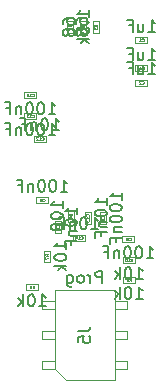
<source format=gbr>
G04 #@! TF.GenerationSoftware,KiCad,Pcbnew,5.0.1-33cea8e~66~ubuntu18.04.1*
G04 #@! TF.CreationDate,2018-10-18T22:19:59+02:00*
G04 #@! TF.ProjectId,Tiny-up5k,54696E792D7570356B2E6B696361645F,rev?*
G04 #@! TF.SameCoordinates,Original*
G04 #@! TF.FileFunction,Other,Fab,Bot*
%FSLAX46Y46*%
G04 Gerber Fmt 4.6, Leading zero omitted, Abs format (unit mm)*
G04 Created by KiCad (PCBNEW 5.0.1-33cea8e~66~ubuntu18.04.1) date do 18 okt 2018 22:19:59 CEST*
%MOMM*%
%LPD*%
G01*
G04 APERTURE LIST*
%ADD10C,0.100000*%
%ADD11C,0.150000*%
%ADD12C,0.040000*%
G04 APERTURE END LIST*
D10*
G04 #@! TO.C,J5*
X153685000Y-125095000D02*
X148605000Y-125095000D01*
X149555000Y-132715000D02*
X153685000Y-132715000D01*
X148605000Y-125095000D02*
X148605000Y-131765000D01*
X148605000Y-131765000D02*
X149555000Y-132715000D01*
X153685000Y-132715000D02*
X153685000Y-125095000D01*
X148605000Y-131765000D02*
X147545000Y-131765000D01*
X147545000Y-131765000D02*
X147545000Y-131125000D01*
X147545000Y-131125000D02*
X148605000Y-131125000D01*
X153685000Y-131765000D02*
X154745000Y-131765000D01*
X154745000Y-131765000D02*
X154745000Y-131125000D01*
X154745000Y-131125000D02*
X153685000Y-131125000D01*
X148605000Y-129225000D02*
X147545000Y-129225000D01*
X147545000Y-129225000D02*
X147545000Y-128585000D01*
X147545000Y-128585000D02*
X148605000Y-128585000D01*
X153685000Y-129225000D02*
X154745000Y-129225000D01*
X154745000Y-129225000D02*
X154745000Y-128585000D01*
X154745000Y-128585000D02*
X153685000Y-128585000D01*
X148605000Y-126685000D02*
X147545000Y-126685000D01*
X147545000Y-126685000D02*
X147545000Y-126045000D01*
X147545000Y-126045000D02*
X148605000Y-126045000D01*
X153685000Y-126685000D02*
X154745000Y-126685000D01*
X154745000Y-126685000D02*
X154745000Y-126045000D01*
X154745000Y-126045000D02*
X153685000Y-126045000D01*
G04 #@! TO.C,C12*
X147843000Y-112018000D02*
X146843000Y-112018000D01*
X147843000Y-112518000D02*
X147843000Y-112018000D01*
X146843000Y-112518000D02*
X147843000Y-112518000D01*
X146843000Y-112018000D02*
X146843000Y-112518000D01*
G04 #@! TO.C,C1*
X155436000Y-103673100D02*
X155436000Y-104173100D01*
X155436000Y-104173100D02*
X156436000Y-104173100D01*
X156436000Y-104173100D02*
X156436000Y-103673100D01*
X156436000Y-103673100D02*
X155436000Y-103673100D01*
G04 #@! TO.C,C2*
X156436000Y-107273100D02*
X155436000Y-107273100D01*
X156436000Y-107773100D02*
X156436000Y-107273100D01*
X155436000Y-107773100D02*
X156436000Y-107773100D01*
X155436000Y-107273100D02*
X155436000Y-107773100D01*
G04 #@! TO.C,C4*
X156436000Y-106073100D02*
X155436000Y-106073100D01*
X156436000Y-106573100D02*
X156436000Y-106073100D01*
X155436000Y-106573100D02*
X156436000Y-106573100D01*
X155436000Y-106073100D02*
X155436000Y-106573100D01*
G04 #@! TO.C,C5*
X154336000Y-121027000D02*
X155336000Y-121027000D01*
X154336000Y-120527000D02*
X154336000Y-121027000D01*
X155336000Y-120527000D02*
X154336000Y-120527000D01*
X155336000Y-121027000D02*
X155336000Y-120527000D01*
G04 #@! TO.C,C6*
X149094000Y-119261000D02*
X148594000Y-119261000D01*
X148594000Y-119261000D02*
X148594000Y-120261000D01*
X148594000Y-120261000D02*
X149094000Y-120261000D01*
X149094000Y-120261000D02*
X149094000Y-119261000D01*
G04 #@! TO.C,C8*
X147051000Y-117225000D02*
X147051000Y-117725000D01*
X147051000Y-117725000D02*
X148051000Y-117725000D01*
X148051000Y-117725000D02*
X148051000Y-117225000D01*
X148051000Y-117225000D02*
X147051000Y-117225000D01*
G04 #@! TO.C,C9*
X152904000Y-119499000D02*
X152904000Y-118499000D01*
X152404000Y-119499000D02*
X152904000Y-119499000D01*
X152404000Y-118499000D02*
X152404000Y-119499000D01*
X152904000Y-118499000D02*
X152404000Y-118499000D01*
G04 #@! TO.C,C10*
X146035000Y-108835000D02*
X147035000Y-108835000D01*
X146035000Y-108335000D02*
X146035000Y-108835000D01*
X147035000Y-108335000D02*
X146035000Y-108335000D01*
X147035000Y-108835000D02*
X147035000Y-108335000D01*
G04 #@! TO.C,C11*
X147035000Y-110613000D02*
X147035000Y-110113000D01*
X147035000Y-110113000D02*
X146035000Y-110113000D01*
X146035000Y-110113000D02*
X146035000Y-110613000D01*
X146035000Y-110613000D02*
X147035000Y-110613000D01*
G04 #@! TO.C,C13*
X151634000Y-118476000D02*
X151134000Y-118476000D01*
X151134000Y-118476000D02*
X151134000Y-119476000D01*
X151134000Y-119476000D02*
X151634000Y-119476000D01*
X151634000Y-119476000D02*
X151634000Y-118476000D01*
G04 #@! TO.C,C14*
X151145000Y-120400000D02*
X150145000Y-120400000D01*
X151145000Y-120900000D02*
X151145000Y-120400000D01*
X150145000Y-120900000D02*
X151145000Y-120900000D01*
X150145000Y-120400000D02*
X150145000Y-120900000D01*
G04 #@! TO.C,R1*
X150110000Y-103306500D02*
X150110000Y-102306500D01*
X149610000Y-103306500D02*
X150110000Y-103306500D01*
X149610000Y-102306500D02*
X149610000Y-103306500D01*
X150110000Y-102306500D02*
X149610000Y-102306500D01*
G04 #@! TO.C,R2*
X150753000Y-102312000D02*
X150753000Y-103312000D01*
X151253000Y-102312000D02*
X150753000Y-102312000D01*
X151253000Y-103312000D02*
X151253000Y-102312000D01*
X150753000Y-103312000D02*
X151253000Y-103312000D01*
G04 #@! TO.C,R3*
X151832500Y-102312000D02*
X151832500Y-103312000D01*
X152332500Y-102312000D02*
X151832500Y-102312000D01*
X152332500Y-103312000D02*
X152332500Y-102312000D01*
X151832500Y-103312000D02*
X152332500Y-103312000D01*
G04 #@! TO.C,R4*
X149737000Y-119303000D02*
X150237000Y-119303000D01*
X150237000Y-119303000D02*
X150237000Y-118303000D01*
X150237000Y-118303000D02*
X149737000Y-118303000D01*
X149737000Y-118303000D02*
X149737000Y-119303000D01*
G04 #@! TO.C,R5*
X147185000Y-125091000D02*
X147185000Y-124591000D01*
X147185000Y-124591000D02*
X146185000Y-124591000D01*
X146185000Y-124591000D02*
X146185000Y-125091000D01*
X146185000Y-125091000D02*
X147185000Y-125091000D01*
G04 #@! TO.C,R6*
X154382000Y-124456000D02*
X155382000Y-124456000D01*
X154382000Y-123956000D02*
X154382000Y-124456000D01*
X155382000Y-123956000D02*
X154382000Y-123956000D01*
X155382000Y-124456000D02*
X155382000Y-123956000D01*
G04 #@! TO.C,R7*
X148205000Y-121743000D02*
X147705000Y-121743000D01*
X147705000Y-121743000D02*
X147705000Y-122743000D01*
X147705000Y-122743000D02*
X148205000Y-122743000D01*
X148205000Y-122743000D02*
X148205000Y-121743000D01*
G04 #@! TO.C,R10*
X155382000Y-122805000D02*
X155382000Y-122305000D01*
X155382000Y-122305000D02*
X154382000Y-122305000D01*
X154382000Y-122305000D02*
X154382000Y-122805000D01*
X154382000Y-122805000D02*
X155382000Y-122805000D01*
G04 #@! TD*
G04 #@! TO.C,J5*
D11*
X152621190Y-124487380D02*
X152621190Y-123487380D01*
X152240238Y-123487380D01*
X152145000Y-123535000D01*
X152097380Y-123582619D01*
X152049761Y-123677857D01*
X152049761Y-123820714D01*
X152097380Y-123915952D01*
X152145000Y-123963571D01*
X152240238Y-124011190D01*
X152621190Y-124011190D01*
X151621190Y-124487380D02*
X151621190Y-123820714D01*
X151621190Y-124011190D02*
X151573571Y-123915952D01*
X151525952Y-123868333D01*
X151430714Y-123820714D01*
X151335476Y-123820714D01*
X150859285Y-124487380D02*
X150954523Y-124439761D01*
X151002142Y-124392142D01*
X151049761Y-124296904D01*
X151049761Y-124011190D01*
X151002142Y-123915952D01*
X150954523Y-123868333D01*
X150859285Y-123820714D01*
X150716428Y-123820714D01*
X150621190Y-123868333D01*
X150573571Y-123915952D01*
X150525952Y-124011190D01*
X150525952Y-124296904D01*
X150573571Y-124392142D01*
X150621190Y-124439761D01*
X150716428Y-124487380D01*
X150859285Y-124487380D01*
X149668809Y-123820714D02*
X149668809Y-124630238D01*
X149716428Y-124725476D01*
X149764047Y-124773095D01*
X149859285Y-124820714D01*
X150002142Y-124820714D01*
X150097380Y-124773095D01*
X149668809Y-124439761D02*
X149764047Y-124487380D01*
X149954523Y-124487380D01*
X150049761Y-124439761D01*
X150097380Y-124392142D01*
X150145000Y-124296904D01*
X150145000Y-124011190D01*
X150097380Y-123915952D01*
X150049761Y-123868333D01*
X149954523Y-123820714D01*
X149764047Y-123820714D01*
X149668809Y-123868333D01*
X150597380Y-128571666D02*
X151311666Y-128571666D01*
X151454523Y-128524047D01*
X151549761Y-128428809D01*
X151597380Y-128285952D01*
X151597380Y-128190714D01*
X150597380Y-129524047D02*
X150597380Y-129047857D01*
X151073571Y-129000238D01*
X151025952Y-129047857D01*
X150978333Y-129143095D01*
X150978333Y-129381190D01*
X151025952Y-129476428D01*
X151073571Y-129524047D01*
X151168809Y-129571666D01*
X151406904Y-129571666D01*
X151502142Y-129524047D01*
X151549761Y-129476428D01*
X151597380Y-129381190D01*
X151597380Y-129143095D01*
X151549761Y-129047857D01*
X151502142Y-129000238D01*
G04 #@! TO.C,C12*
X148414428Y-111550380D02*
X148985857Y-111550380D01*
X148700142Y-111550380D02*
X148700142Y-110550380D01*
X148795380Y-110693238D01*
X148890619Y-110788476D01*
X148985857Y-110836095D01*
X147795380Y-110550380D02*
X147700142Y-110550380D01*
X147604904Y-110598000D01*
X147557285Y-110645619D01*
X147509666Y-110740857D01*
X147462047Y-110931333D01*
X147462047Y-111169428D01*
X147509666Y-111359904D01*
X147557285Y-111455142D01*
X147604904Y-111502761D01*
X147700142Y-111550380D01*
X147795380Y-111550380D01*
X147890619Y-111502761D01*
X147938238Y-111455142D01*
X147985857Y-111359904D01*
X148033476Y-111169428D01*
X148033476Y-110931333D01*
X147985857Y-110740857D01*
X147938238Y-110645619D01*
X147890619Y-110598000D01*
X147795380Y-110550380D01*
X147033476Y-110883714D02*
X147033476Y-111550380D01*
X147033476Y-110978952D02*
X146985857Y-110931333D01*
X146890619Y-110883714D01*
X146747761Y-110883714D01*
X146652523Y-110931333D01*
X146604904Y-111026571D01*
X146604904Y-111550380D01*
X145795380Y-111026571D02*
X146128714Y-111026571D01*
X146128714Y-111550380D02*
X146128714Y-110550380D01*
X145652523Y-110550380D01*
D12*
X147503714Y-112357285D02*
X147515619Y-112369190D01*
X147551333Y-112381095D01*
X147575142Y-112381095D01*
X147610857Y-112369190D01*
X147634666Y-112345380D01*
X147646571Y-112321571D01*
X147658476Y-112273952D01*
X147658476Y-112238238D01*
X147646571Y-112190619D01*
X147634666Y-112166809D01*
X147610857Y-112143000D01*
X147575142Y-112131095D01*
X147551333Y-112131095D01*
X147515619Y-112143000D01*
X147503714Y-112154904D01*
X147265619Y-112381095D02*
X147408476Y-112381095D01*
X147337047Y-112381095D02*
X147337047Y-112131095D01*
X147360857Y-112166809D01*
X147384666Y-112190619D01*
X147408476Y-112202523D01*
X147170380Y-112154904D02*
X147158476Y-112143000D01*
X147134666Y-112131095D01*
X147075142Y-112131095D01*
X147051333Y-112143000D01*
X147039428Y-112154904D01*
X147027523Y-112178714D01*
X147027523Y-112202523D01*
X147039428Y-112238238D01*
X147182285Y-112381095D01*
X147027523Y-112381095D01*
G04 #@! TO.C,C1*
D11*
X156531238Y-103205480D02*
X157102666Y-103205480D01*
X156816952Y-103205480D02*
X156816952Y-102205480D01*
X156912190Y-102348338D01*
X157007428Y-102443576D01*
X157102666Y-102491195D01*
X155674095Y-102538814D02*
X155674095Y-103205480D01*
X156102666Y-102538814D02*
X156102666Y-103062623D01*
X156055047Y-103157861D01*
X155959809Y-103205480D01*
X155816952Y-103205480D01*
X155721714Y-103157861D01*
X155674095Y-103110242D01*
X154864571Y-102681671D02*
X155197904Y-102681671D01*
X155197904Y-103205480D02*
X155197904Y-102205480D01*
X154721714Y-102205480D01*
D12*
X155977666Y-104012385D02*
X155989571Y-104024290D01*
X156025285Y-104036195D01*
X156049095Y-104036195D01*
X156084809Y-104024290D01*
X156108619Y-104000480D01*
X156120523Y-103976671D01*
X156132428Y-103929052D01*
X156132428Y-103893338D01*
X156120523Y-103845719D01*
X156108619Y-103821909D01*
X156084809Y-103798100D01*
X156049095Y-103786195D01*
X156025285Y-103786195D01*
X155989571Y-103798100D01*
X155977666Y-103810004D01*
X155739571Y-104036195D02*
X155882428Y-104036195D01*
X155811000Y-104036195D02*
X155811000Y-103786195D01*
X155834809Y-103821909D01*
X155858619Y-103845719D01*
X155882428Y-103857623D01*
G04 #@! TO.C,C2*
D11*
X156531238Y-106805480D02*
X157102666Y-106805480D01*
X156816952Y-106805480D02*
X156816952Y-105805480D01*
X156912190Y-105948338D01*
X157007428Y-106043576D01*
X157102666Y-106091195D01*
X155674095Y-106138814D02*
X155674095Y-106805480D01*
X156102666Y-106138814D02*
X156102666Y-106662623D01*
X156055047Y-106757861D01*
X155959809Y-106805480D01*
X155816952Y-106805480D01*
X155721714Y-106757861D01*
X155674095Y-106710242D01*
X154864571Y-106281671D02*
X155197904Y-106281671D01*
X155197904Y-106805480D02*
X155197904Y-105805480D01*
X154721714Y-105805480D01*
D12*
X155977666Y-107612385D02*
X155989571Y-107624290D01*
X156025285Y-107636195D01*
X156049095Y-107636195D01*
X156084809Y-107624290D01*
X156108619Y-107600480D01*
X156120523Y-107576671D01*
X156132428Y-107529052D01*
X156132428Y-107493338D01*
X156120523Y-107445719D01*
X156108619Y-107421909D01*
X156084809Y-107398100D01*
X156049095Y-107386195D01*
X156025285Y-107386195D01*
X155989571Y-107398100D01*
X155977666Y-107410004D01*
X155882428Y-107410004D02*
X155870523Y-107398100D01*
X155846714Y-107386195D01*
X155787190Y-107386195D01*
X155763380Y-107398100D01*
X155751476Y-107410004D01*
X155739571Y-107433814D01*
X155739571Y-107457623D01*
X155751476Y-107493338D01*
X155894333Y-107636195D01*
X155739571Y-107636195D01*
G04 #@! TO.C,C4*
D11*
X156531238Y-105605480D02*
X157102666Y-105605480D01*
X156816952Y-105605480D02*
X156816952Y-104605480D01*
X156912190Y-104748338D01*
X157007428Y-104843576D01*
X157102666Y-104891195D01*
X155674095Y-104938814D02*
X155674095Y-105605480D01*
X156102666Y-104938814D02*
X156102666Y-105462623D01*
X156055047Y-105557861D01*
X155959809Y-105605480D01*
X155816952Y-105605480D01*
X155721714Y-105557861D01*
X155674095Y-105510242D01*
X154864571Y-105081671D02*
X155197904Y-105081671D01*
X155197904Y-105605480D02*
X155197904Y-104605480D01*
X154721714Y-104605480D01*
D12*
X155977666Y-106412385D02*
X155989571Y-106424290D01*
X156025285Y-106436195D01*
X156049095Y-106436195D01*
X156084809Y-106424290D01*
X156108619Y-106400480D01*
X156120523Y-106376671D01*
X156132428Y-106329052D01*
X156132428Y-106293338D01*
X156120523Y-106245719D01*
X156108619Y-106221909D01*
X156084809Y-106198100D01*
X156049095Y-106186195D01*
X156025285Y-106186195D01*
X155989571Y-106198100D01*
X155977666Y-106210004D01*
X155763380Y-106269528D02*
X155763380Y-106436195D01*
X155822904Y-106174290D02*
X155882428Y-106352861D01*
X155727666Y-106352861D01*
G04 #@! TO.C,C5*
D11*
X156383619Y-122399380D02*
X156955047Y-122399380D01*
X156669333Y-122399380D02*
X156669333Y-121399380D01*
X156764571Y-121542238D01*
X156859809Y-121637476D01*
X156955047Y-121685095D01*
X155764571Y-121399380D02*
X155669333Y-121399380D01*
X155574095Y-121447000D01*
X155526476Y-121494619D01*
X155478857Y-121589857D01*
X155431238Y-121780333D01*
X155431238Y-122018428D01*
X155478857Y-122208904D01*
X155526476Y-122304142D01*
X155574095Y-122351761D01*
X155669333Y-122399380D01*
X155764571Y-122399380D01*
X155859809Y-122351761D01*
X155907428Y-122304142D01*
X155955047Y-122208904D01*
X156002666Y-122018428D01*
X156002666Y-121780333D01*
X155955047Y-121589857D01*
X155907428Y-121494619D01*
X155859809Y-121447000D01*
X155764571Y-121399380D01*
X154812190Y-121399380D02*
X154716952Y-121399380D01*
X154621714Y-121447000D01*
X154574095Y-121494619D01*
X154526476Y-121589857D01*
X154478857Y-121780333D01*
X154478857Y-122018428D01*
X154526476Y-122208904D01*
X154574095Y-122304142D01*
X154621714Y-122351761D01*
X154716952Y-122399380D01*
X154812190Y-122399380D01*
X154907428Y-122351761D01*
X154955047Y-122304142D01*
X155002666Y-122208904D01*
X155050285Y-122018428D01*
X155050285Y-121780333D01*
X155002666Y-121589857D01*
X154955047Y-121494619D01*
X154907428Y-121447000D01*
X154812190Y-121399380D01*
X154050285Y-121732714D02*
X154050285Y-122399380D01*
X154050285Y-121827952D02*
X154002666Y-121780333D01*
X153907428Y-121732714D01*
X153764571Y-121732714D01*
X153669333Y-121780333D01*
X153621714Y-121875571D01*
X153621714Y-122399380D01*
X152812190Y-121875571D02*
X153145523Y-121875571D01*
X153145523Y-122399380D02*
X153145523Y-121399380D01*
X152669333Y-121399380D01*
D12*
X154877666Y-120866285D02*
X154889571Y-120878190D01*
X154925285Y-120890095D01*
X154949095Y-120890095D01*
X154984809Y-120878190D01*
X155008619Y-120854380D01*
X155020523Y-120830571D01*
X155032428Y-120782952D01*
X155032428Y-120747238D01*
X155020523Y-120699619D01*
X155008619Y-120675809D01*
X154984809Y-120652000D01*
X154949095Y-120640095D01*
X154925285Y-120640095D01*
X154889571Y-120652000D01*
X154877666Y-120663904D01*
X154651476Y-120640095D02*
X154770523Y-120640095D01*
X154782428Y-120759142D01*
X154770523Y-120747238D01*
X154746714Y-120735333D01*
X154687190Y-120735333D01*
X154663380Y-120747238D01*
X154651476Y-120759142D01*
X154639571Y-120782952D01*
X154639571Y-120842476D01*
X154651476Y-120866285D01*
X154663380Y-120878190D01*
X154687190Y-120890095D01*
X154746714Y-120890095D01*
X154770523Y-120878190D01*
X154782428Y-120866285D01*
G04 #@! TO.C,C6*
D11*
X150466380Y-118689571D02*
X150466380Y-118118142D01*
X150466380Y-118403857D02*
X149466380Y-118403857D01*
X149609238Y-118308619D01*
X149704476Y-118213380D01*
X149752095Y-118118142D01*
X149466380Y-119308619D02*
X149466380Y-119403857D01*
X149514000Y-119499095D01*
X149561619Y-119546714D01*
X149656857Y-119594333D01*
X149847333Y-119641952D01*
X150085428Y-119641952D01*
X150275904Y-119594333D01*
X150371142Y-119546714D01*
X150418761Y-119499095D01*
X150466380Y-119403857D01*
X150466380Y-119308619D01*
X150418761Y-119213380D01*
X150371142Y-119165761D01*
X150275904Y-119118142D01*
X150085428Y-119070523D01*
X149847333Y-119070523D01*
X149656857Y-119118142D01*
X149561619Y-119165761D01*
X149514000Y-119213380D01*
X149466380Y-119308619D01*
X149799714Y-120070523D02*
X150466380Y-120070523D01*
X149894952Y-120070523D02*
X149847333Y-120118142D01*
X149799714Y-120213380D01*
X149799714Y-120356238D01*
X149847333Y-120451476D01*
X149942571Y-120499095D01*
X150466380Y-120499095D01*
X149942571Y-121308619D02*
X149942571Y-120975285D01*
X150466380Y-120975285D02*
X149466380Y-120975285D01*
X149466380Y-121451476D01*
D12*
X148933285Y-119719333D02*
X148945190Y-119707428D01*
X148957095Y-119671714D01*
X148957095Y-119647904D01*
X148945190Y-119612190D01*
X148921380Y-119588380D01*
X148897571Y-119576476D01*
X148849952Y-119564571D01*
X148814238Y-119564571D01*
X148766619Y-119576476D01*
X148742809Y-119588380D01*
X148719000Y-119612190D01*
X148707095Y-119647904D01*
X148707095Y-119671714D01*
X148719000Y-119707428D01*
X148730904Y-119719333D01*
X148707095Y-119933619D02*
X148707095Y-119886000D01*
X148719000Y-119862190D01*
X148730904Y-119850285D01*
X148766619Y-119826476D01*
X148814238Y-119814571D01*
X148909476Y-119814571D01*
X148933285Y-119826476D01*
X148945190Y-119838380D01*
X148957095Y-119862190D01*
X148957095Y-119909809D01*
X148945190Y-119933619D01*
X148933285Y-119945523D01*
X148909476Y-119957428D01*
X148849952Y-119957428D01*
X148826142Y-119945523D01*
X148814238Y-119933619D01*
X148802333Y-119909809D01*
X148802333Y-119862190D01*
X148814238Y-119838380D01*
X148826142Y-119826476D01*
X148849952Y-119814571D01*
G04 #@! TO.C,C8*
D11*
X149098619Y-116757380D02*
X149670047Y-116757380D01*
X149384333Y-116757380D02*
X149384333Y-115757380D01*
X149479571Y-115900238D01*
X149574809Y-115995476D01*
X149670047Y-116043095D01*
X148479571Y-115757380D02*
X148384333Y-115757380D01*
X148289095Y-115805000D01*
X148241476Y-115852619D01*
X148193857Y-115947857D01*
X148146238Y-116138333D01*
X148146238Y-116376428D01*
X148193857Y-116566904D01*
X148241476Y-116662142D01*
X148289095Y-116709761D01*
X148384333Y-116757380D01*
X148479571Y-116757380D01*
X148574809Y-116709761D01*
X148622428Y-116662142D01*
X148670047Y-116566904D01*
X148717666Y-116376428D01*
X148717666Y-116138333D01*
X148670047Y-115947857D01*
X148622428Y-115852619D01*
X148574809Y-115805000D01*
X148479571Y-115757380D01*
X147527190Y-115757380D02*
X147431952Y-115757380D01*
X147336714Y-115805000D01*
X147289095Y-115852619D01*
X147241476Y-115947857D01*
X147193857Y-116138333D01*
X147193857Y-116376428D01*
X147241476Y-116566904D01*
X147289095Y-116662142D01*
X147336714Y-116709761D01*
X147431952Y-116757380D01*
X147527190Y-116757380D01*
X147622428Y-116709761D01*
X147670047Y-116662142D01*
X147717666Y-116566904D01*
X147765285Y-116376428D01*
X147765285Y-116138333D01*
X147717666Y-115947857D01*
X147670047Y-115852619D01*
X147622428Y-115805000D01*
X147527190Y-115757380D01*
X146765285Y-116090714D02*
X146765285Y-116757380D01*
X146765285Y-116185952D02*
X146717666Y-116138333D01*
X146622428Y-116090714D01*
X146479571Y-116090714D01*
X146384333Y-116138333D01*
X146336714Y-116233571D01*
X146336714Y-116757380D01*
X145527190Y-116233571D02*
X145860523Y-116233571D01*
X145860523Y-116757380D02*
X145860523Y-115757380D01*
X145384333Y-115757380D01*
D12*
X147592666Y-117564285D02*
X147604571Y-117576190D01*
X147640285Y-117588095D01*
X147664095Y-117588095D01*
X147699809Y-117576190D01*
X147723619Y-117552380D01*
X147735523Y-117528571D01*
X147747428Y-117480952D01*
X147747428Y-117445238D01*
X147735523Y-117397619D01*
X147723619Y-117373809D01*
X147699809Y-117350000D01*
X147664095Y-117338095D01*
X147640285Y-117338095D01*
X147604571Y-117350000D01*
X147592666Y-117361904D01*
X147449809Y-117445238D02*
X147473619Y-117433333D01*
X147485523Y-117421428D01*
X147497428Y-117397619D01*
X147497428Y-117385714D01*
X147485523Y-117361904D01*
X147473619Y-117350000D01*
X147449809Y-117338095D01*
X147402190Y-117338095D01*
X147378380Y-117350000D01*
X147366476Y-117361904D01*
X147354571Y-117385714D01*
X147354571Y-117397619D01*
X147366476Y-117421428D01*
X147378380Y-117433333D01*
X147402190Y-117445238D01*
X147449809Y-117445238D01*
X147473619Y-117457142D01*
X147485523Y-117469047D01*
X147497428Y-117492857D01*
X147497428Y-117540476D01*
X147485523Y-117564285D01*
X147473619Y-117576190D01*
X147449809Y-117588095D01*
X147402190Y-117588095D01*
X147378380Y-117576190D01*
X147366476Y-117564285D01*
X147354571Y-117540476D01*
X147354571Y-117492857D01*
X147366476Y-117469047D01*
X147378380Y-117457142D01*
X147402190Y-117445238D01*
G04 #@! TO.C,C9*
D11*
X154276380Y-117451380D02*
X154276380Y-116879952D01*
X154276380Y-117165666D02*
X153276380Y-117165666D01*
X153419238Y-117070428D01*
X153514476Y-116975190D01*
X153562095Y-116879952D01*
X153276380Y-118070428D02*
X153276380Y-118165666D01*
X153324000Y-118260904D01*
X153371619Y-118308523D01*
X153466857Y-118356142D01*
X153657333Y-118403761D01*
X153895428Y-118403761D01*
X154085904Y-118356142D01*
X154181142Y-118308523D01*
X154228761Y-118260904D01*
X154276380Y-118165666D01*
X154276380Y-118070428D01*
X154228761Y-117975190D01*
X154181142Y-117927571D01*
X154085904Y-117879952D01*
X153895428Y-117832333D01*
X153657333Y-117832333D01*
X153466857Y-117879952D01*
X153371619Y-117927571D01*
X153324000Y-117975190D01*
X153276380Y-118070428D01*
X153276380Y-119022809D02*
X153276380Y-119118047D01*
X153324000Y-119213285D01*
X153371619Y-119260904D01*
X153466857Y-119308523D01*
X153657333Y-119356142D01*
X153895428Y-119356142D01*
X154085904Y-119308523D01*
X154181142Y-119260904D01*
X154228761Y-119213285D01*
X154276380Y-119118047D01*
X154276380Y-119022809D01*
X154228761Y-118927571D01*
X154181142Y-118879952D01*
X154085904Y-118832333D01*
X153895428Y-118784714D01*
X153657333Y-118784714D01*
X153466857Y-118832333D01*
X153371619Y-118879952D01*
X153324000Y-118927571D01*
X153276380Y-119022809D01*
X153609714Y-119784714D02*
X154276380Y-119784714D01*
X153704952Y-119784714D02*
X153657333Y-119832333D01*
X153609714Y-119927571D01*
X153609714Y-120070428D01*
X153657333Y-120165666D01*
X153752571Y-120213285D01*
X154276380Y-120213285D01*
X153752571Y-121022809D02*
X153752571Y-120689476D01*
X154276380Y-120689476D02*
X153276380Y-120689476D01*
X153276380Y-121165666D01*
D12*
X152743285Y-118957333D02*
X152755190Y-118945428D01*
X152767095Y-118909714D01*
X152767095Y-118885904D01*
X152755190Y-118850190D01*
X152731380Y-118826380D01*
X152707571Y-118814476D01*
X152659952Y-118802571D01*
X152624238Y-118802571D01*
X152576619Y-118814476D01*
X152552809Y-118826380D01*
X152529000Y-118850190D01*
X152517095Y-118885904D01*
X152517095Y-118909714D01*
X152529000Y-118945428D01*
X152540904Y-118957333D01*
X152767095Y-119076380D02*
X152767095Y-119124000D01*
X152755190Y-119147809D01*
X152743285Y-119159714D01*
X152707571Y-119183523D01*
X152659952Y-119195428D01*
X152564714Y-119195428D01*
X152540904Y-119183523D01*
X152529000Y-119171619D01*
X152517095Y-119147809D01*
X152517095Y-119100190D01*
X152529000Y-119076380D01*
X152540904Y-119064476D01*
X152564714Y-119052571D01*
X152624238Y-119052571D01*
X152648047Y-119064476D01*
X152659952Y-119076380D01*
X152671857Y-119100190D01*
X152671857Y-119147809D01*
X152659952Y-119171619D01*
X152648047Y-119183523D01*
X152624238Y-119195428D01*
G04 #@! TO.C,C10*
D11*
X148082619Y-110207380D02*
X148654047Y-110207380D01*
X148368333Y-110207380D02*
X148368333Y-109207380D01*
X148463571Y-109350238D01*
X148558809Y-109445476D01*
X148654047Y-109493095D01*
X147463571Y-109207380D02*
X147368333Y-109207380D01*
X147273095Y-109255000D01*
X147225476Y-109302619D01*
X147177857Y-109397857D01*
X147130238Y-109588333D01*
X147130238Y-109826428D01*
X147177857Y-110016904D01*
X147225476Y-110112142D01*
X147273095Y-110159761D01*
X147368333Y-110207380D01*
X147463571Y-110207380D01*
X147558809Y-110159761D01*
X147606428Y-110112142D01*
X147654047Y-110016904D01*
X147701666Y-109826428D01*
X147701666Y-109588333D01*
X147654047Y-109397857D01*
X147606428Y-109302619D01*
X147558809Y-109255000D01*
X147463571Y-109207380D01*
X146511190Y-109207380D02*
X146415952Y-109207380D01*
X146320714Y-109255000D01*
X146273095Y-109302619D01*
X146225476Y-109397857D01*
X146177857Y-109588333D01*
X146177857Y-109826428D01*
X146225476Y-110016904D01*
X146273095Y-110112142D01*
X146320714Y-110159761D01*
X146415952Y-110207380D01*
X146511190Y-110207380D01*
X146606428Y-110159761D01*
X146654047Y-110112142D01*
X146701666Y-110016904D01*
X146749285Y-109826428D01*
X146749285Y-109588333D01*
X146701666Y-109397857D01*
X146654047Y-109302619D01*
X146606428Y-109255000D01*
X146511190Y-109207380D01*
X145749285Y-109540714D02*
X145749285Y-110207380D01*
X145749285Y-109635952D02*
X145701666Y-109588333D01*
X145606428Y-109540714D01*
X145463571Y-109540714D01*
X145368333Y-109588333D01*
X145320714Y-109683571D01*
X145320714Y-110207380D01*
X144511190Y-109683571D02*
X144844523Y-109683571D01*
X144844523Y-110207380D02*
X144844523Y-109207380D01*
X144368333Y-109207380D01*
D12*
X146695714Y-108674285D02*
X146707619Y-108686190D01*
X146743333Y-108698095D01*
X146767142Y-108698095D01*
X146802857Y-108686190D01*
X146826666Y-108662380D01*
X146838571Y-108638571D01*
X146850476Y-108590952D01*
X146850476Y-108555238D01*
X146838571Y-108507619D01*
X146826666Y-108483809D01*
X146802857Y-108460000D01*
X146767142Y-108448095D01*
X146743333Y-108448095D01*
X146707619Y-108460000D01*
X146695714Y-108471904D01*
X146457619Y-108698095D02*
X146600476Y-108698095D01*
X146529047Y-108698095D02*
X146529047Y-108448095D01*
X146552857Y-108483809D01*
X146576666Y-108507619D01*
X146600476Y-108519523D01*
X146302857Y-108448095D02*
X146279047Y-108448095D01*
X146255238Y-108460000D01*
X146243333Y-108471904D01*
X146231428Y-108495714D01*
X146219523Y-108543333D01*
X146219523Y-108602857D01*
X146231428Y-108650476D01*
X146243333Y-108674285D01*
X146255238Y-108686190D01*
X146279047Y-108698095D01*
X146302857Y-108698095D01*
X146326666Y-108686190D01*
X146338571Y-108674285D01*
X146350476Y-108650476D01*
X146362380Y-108602857D01*
X146362380Y-108543333D01*
X146350476Y-108495714D01*
X146338571Y-108471904D01*
X146326666Y-108460000D01*
X146302857Y-108448095D01*
G04 #@! TO.C,C11*
D11*
X148082619Y-111985380D02*
X148654047Y-111985380D01*
X148368333Y-111985380D02*
X148368333Y-110985380D01*
X148463571Y-111128238D01*
X148558809Y-111223476D01*
X148654047Y-111271095D01*
X147463571Y-110985380D02*
X147368333Y-110985380D01*
X147273095Y-111033000D01*
X147225476Y-111080619D01*
X147177857Y-111175857D01*
X147130238Y-111366333D01*
X147130238Y-111604428D01*
X147177857Y-111794904D01*
X147225476Y-111890142D01*
X147273095Y-111937761D01*
X147368333Y-111985380D01*
X147463571Y-111985380D01*
X147558809Y-111937761D01*
X147606428Y-111890142D01*
X147654047Y-111794904D01*
X147701666Y-111604428D01*
X147701666Y-111366333D01*
X147654047Y-111175857D01*
X147606428Y-111080619D01*
X147558809Y-111033000D01*
X147463571Y-110985380D01*
X146511190Y-110985380D02*
X146415952Y-110985380D01*
X146320714Y-111033000D01*
X146273095Y-111080619D01*
X146225476Y-111175857D01*
X146177857Y-111366333D01*
X146177857Y-111604428D01*
X146225476Y-111794904D01*
X146273095Y-111890142D01*
X146320714Y-111937761D01*
X146415952Y-111985380D01*
X146511190Y-111985380D01*
X146606428Y-111937761D01*
X146654047Y-111890142D01*
X146701666Y-111794904D01*
X146749285Y-111604428D01*
X146749285Y-111366333D01*
X146701666Y-111175857D01*
X146654047Y-111080619D01*
X146606428Y-111033000D01*
X146511190Y-110985380D01*
X145749285Y-111318714D02*
X145749285Y-111985380D01*
X145749285Y-111413952D02*
X145701666Y-111366333D01*
X145606428Y-111318714D01*
X145463571Y-111318714D01*
X145368333Y-111366333D01*
X145320714Y-111461571D01*
X145320714Y-111985380D01*
X144511190Y-111461571D02*
X144844523Y-111461571D01*
X144844523Y-111985380D02*
X144844523Y-110985380D01*
X144368333Y-110985380D01*
D12*
X146695714Y-110452285D02*
X146707619Y-110464190D01*
X146743333Y-110476095D01*
X146767142Y-110476095D01*
X146802857Y-110464190D01*
X146826666Y-110440380D01*
X146838571Y-110416571D01*
X146850476Y-110368952D01*
X146850476Y-110333238D01*
X146838571Y-110285619D01*
X146826666Y-110261809D01*
X146802857Y-110238000D01*
X146767142Y-110226095D01*
X146743333Y-110226095D01*
X146707619Y-110238000D01*
X146695714Y-110249904D01*
X146457619Y-110476095D02*
X146600476Y-110476095D01*
X146529047Y-110476095D02*
X146529047Y-110226095D01*
X146552857Y-110261809D01*
X146576666Y-110285619D01*
X146600476Y-110297523D01*
X146219523Y-110476095D02*
X146362380Y-110476095D01*
X146290952Y-110476095D02*
X146290952Y-110226095D01*
X146314761Y-110261809D01*
X146338571Y-110285619D01*
X146362380Y-110297523D01*
G04 #@! TO.C,C13*
D11*
X153006380Y-117904571D02*
X153006380Y-117333142D01*
X153006380Y-117618857D02*
X152006380Y-117618857D01*
X152149238Y-117523619D01*
X152244476Y-117428380D01*
X152292095Y-117333142D01*
X152006380Y-118523619D02*
X152006380Y-118618857D01*
X152054000Y-118714095D01*
X152101619Y-118761714D01*
X152196857Y-118809333D01*
X152387333Y-118856952D01*
X152625428Y-118856952D01*
X152815904Y-118809333D01*
X152911142Y-118761714D01*
X152958761Y-118714095D01*
X153006380Y-118618857D01*
X153006380Y-118523619D01*
X152958761Y-118428380D01*
X152911142Y-118380761D01*
X152815904Y-118333142D01*
X152625428Y-118285523D01*
X152387333Y-118285523D01*
X152196857Y-118333142D01*
X152101619Y-118380761D01*
X152054000Y-118428380D01*
X152006380Y-118523619D01*
X152339714Y-119285523D02*
X153006380Y-119285523D01*
X152434952Y-119285523D02*
X152387333Y-119333142D01*
X152339714Y-119428380D01*
X152339714Y-119571238D01*
X152387333Y-119666476D01*
X152482571Y-119714095D01*
X153006380Y-119714095D01*
X152482571Y-120523619D02*
X152482571Y-120190285D01*
X153006380Y-120190285D02*
X152006380Y-120190285D01*
X152006380Y-120666476D01*
D12*
X151473285Y-118815285D02*
X151485190Y-118803380D01*
X151497095Y-118767666D01*
X151497095Y-118743857D01*
X151485190Y-118708142D01*
X151461380Y-118684333D01*
X151437571Y-118672428D01*
X151389952Y-118660523D01*
X151354238Y-118660523D01*
X151306619Y-118672428D01*
X151282809Y-118684333D01*
X151259000Y-118708142D01*
X151247095Y-118743857D01*
X151247095Y-118767666D01*
X151259000Y-118803380D01*
X151270904Y-118815285D01*
X151497095Y-119053380D02*
X151497095Y-118910523D01*
X151497095Y-118981952D02*
X151247095Y-118981952D01*
X151282809Y-118958142D01*
X151306619Y-118934333D01*
X151318523Y-118910523D01*
X151247095Y-119136714D02*
X151247095Y-119291476D01*
X151342333Y-119208142D01*
X151342333Y-119243857D01*
X151354238Y-119267666D01*
X151366142Y-119279571D01*
X151389952Y-119291476D01*
X151449476Y-119291476D01*
X151473285Y-119279571D01*
X151485190Y-119267666D01*
X151497095Y-119243857D01*
X151497095Y-119172428D01*
X151485190Y-119148619D01*
X151473285Y-119136714D01*
G04 #@! TO.C,C14*
D11*
X151716428Y-119932380D02*
X152287857Y-119932380D01*
X152002142Y-119932380D02*
X152002142Y-118932380D01*
X152097380Y-119075238D01*
X152192619Y-119170476D01*
X152287857Y-119218095D01*
X151097380Y-118932380D02*
X151002142Y-118932380D01*
X150906904Y-118980000D01*
X150859285Y-119027619D01*
X150811666Y-119122857D01*
X150764047Y-119313333D01*
X150764047Y-119551428D01*
X150811666Y-119741904D01*
X150859285Y-119837142D01*
X150906904Y-119884761D01*
X151002142Y-119932380D01*
X151097380Y-119932380D01*
X151192619Y-119884761D01*
X151240238Y-119837142D01*
X151287857Y-119741904D01*
X151335476Y-119551428D01*
X151335476Y-119313333D01*
X151287857Y-119122857D01*
X151240238Y-119027619D01*
X151192619Y-118980000D01*
X151097380Y-118932380D01*
X150335476Y-119265714D02*
X150335476Y-119932380D01*
X150335476Y-119360952D02*
X150287857Y-119313333D01*
X150192619Y-119265714D01*
X150049761Y-119265714D01*
X149954523Y-119313333D01*
X149906904Y-119408571D01*
X149906904Y-119932380D01*
X149097380Y-119408571D02*
X149430714Y-119408571D01*
X149430714Y-119932380D02*
X149430714Y-118932380D01*
X148954523Y-118932380D01*
D12*
X150805714Y-120739285D02*
X150817619Y-120751190D01*
X150853333Y-120763095D01*
X150877142Y-120763095D01*
X150912857Y-120751190D01*
X150936666Y-120727380D01*
X150948571Y-120703571D01*
X150960476Y-120655952D01*
X150960476Y-120620238D01*
X150948571Y-120572619D01*
X150936666Y-120548809D01*
X150912857Y-120525000D01*
X150877142Y-120513095D01*
X150853333Y-120513095D01*
X150817619Y-120525000D01*
X150805714Y-120536904D01*
X150567619Y-120763095D02*
X150710476Y-120763095D01*
X150639047Y-120763095D02*
X150639047Y-120513095D01*
X150662857Y-120548809D01*
X150686666Y-120572619D01*
X150710476Y-120584523D01*
X150353333Y-120596428D02*
X150353333Y-120763095D01*
X150412857Y-120501190D02*
X150472380Y-120679761D01*
X150317619Y-120679761D01*
G04 #@! TO.C,R1*
D11*
X151482380Y-101973166D02*
X151482380Y-101401738D01*
X151482380Y-101687452D02*
X150482380Y-101687452D01*
X150625238Y-101592214D01*
X150720476Y-101496976D01*
X150768095Y-101401738D01*
X151387142Y-102401738D02*
X151434761Y-102449357D01*
X151482380Y-102401738D01*
X151434761Y-102354119D01*
X151387142Y-102401738D01*
X151482380Y-102401738D01*
X150482380Y-103354119D02*
X150482380Y-102877928D01*
X150958571Y-102830309D01*
X150910952Y-102877928D01*
X150863333Y-102973166D01*
X150863333Y-103211261D01*
X150910952Y-103306500D01*
X150958571Y-103354119D01*
X151053809Y-103401738D01*
X151291904Y-103401738D01*
X151387142Y-103354119D01*
X151434761Y-103306500D01*
X151482380Y-103211261D01*
X151482380Y-102973166D01*
X151434761Y-102877928D01*
X151387142Y-102830309D01*
X151482380Y-103830309D02*
X150482380Y-103830309D01*
X151101428Y-103925547D02*
X151482380Y-104211261D01*
X150815714Y-104211261D02*
X151196666Y-103830309D01*
D12*
X149973095Y-102764833D02*
X149854047Y-102681500D01*
X149973095Y-102621976D02*
X149723095Y-102621976D01*
X149723095Y-102717214D01*
X149735000Y-102741023D01*
X149746904Y-102752928D01*
X149770714Y-102764833D01*
X149806428Y-102764833D01*
X149830238Y-102752928D01*
X149842142Y-102741023D01*
X149854047Y-102717214D01*
X149854047Y-102621976D01*
X149973095Y-103002928D02*
X149973095Y-102860071D01*
X149973095Y-102931500D02*
X149723095Y-102931500D01*
X149758809Y-102907690D01*
X149782619Y-102883880D01*
X149794523Y-102860071D01*
G04 #@! TO.C,R2*
D11*
X149285380Y-102526285D02*
X149285380Y-102335809D01*
X149333000Y-102240571D01*
X149380619Y-102192952D01*
X149523476Y-102097714D01*
X149713952Y-102050095D01*
X150094904Y-102050095D01*
X150190142Y-102097714D01*
X150237761Y-102145333D01*
X150285380Y-102240571D01*
X150285380Y-102431047D01*
X150237761Y-102526285D01*
X150190142Y-102573904D01*
X150094904Y-102621523D01*
X149856809Y-102621523D01*
X149761571Y-102573904D01*
X149713952Y-102526285D01*
X149666333Y-102431047D01*
X149666333Y-102240571D01*
X149713952Y-102145333D01*
X149761571Y-102097714D01*
X149856809Y-102050095D01*
X149713952Y-103192952D02*
X149666333Y-103097714D01*
X149618714Y-103050095D01*
X149523476Y-103002476D01*
X149475857Y-103002476D01*
X149380619Y-103050095D01*
X149333000Y-103097714D01*
X149285380Y-103192952D01*
X149285380Y-103383428D01*
X149333000Y-103478666D01*
X149380619Y-103526285D01*
X149475857Y-103573904D01*
X149523476Y-103573904D01*
X149618714Y-103526285D01*
X149666333Y-103478666D01*
X149713952Y-103383428D01*
X149713952Y-103192952D01*
X149761571Y-103097714D01*
X149809190Y-103050095D01*
X149904428Y-103002476D01*
X150094904Y-103002476D01*
X150190142Y-103050095D01*
X150237761Y-103097714D01*
X150285380Y-103192952D01*
X150285380Y-103383428D01*
X150237761Y-103478666D01*
X150190142Y-103526285D01*
X150094904Y-103573904D01*
X149904428Y-103573904D01*
X149809190Y-103526285D01*
X149761571Y-103478666D01*
X149713952Y-103383428D01*
D12*
X151116095Y-102770333D02*
X150997047Y-102687000D01*
X151116095Y-102627476D02*
X150866095Y-102627476D01*
X150866095Y-102722714D01*
X150878000Y-102746523D01*
X150889904Y-102758428D01*
X150913714Y-102770333D01*
X150949428Y-102770333D01*
X150973238Y-102758428D01*
X150985142Y-102746523D01*
X150997047Y-102722714D01*
X150997047Y-102627476D01*
X150889904Y-102865571D02*
X150878000Y-102877476D01*
X150866095Y-102901285D01*
X150866095Y-102960809D01*
X150878000Y-102984619D01*
X150889904Y-102996523D01*
X150913714Y-103008428D01*
X150937523Y-103008428D01*
X150973238Y-102996523D01*
X151116095Y-102853666D01*
X151116095Y-103008428D01*
G04 #@! TO.C,R3*
D11*
X150364880Y-102526285D02*
X150364880Y-102335809D01*
X150412500Y-102240571D01*
X150460119Y-102192952D01*
X150602976Y-102097714D01*
X150793452Y-102050095D01*
X151174404Y-102050095D01*
X151269642Y-102097714D01*
X151317261Y-102145333D01*
X151364880Y-102240571D01*
X151364880Y-102431047D01*
X151317261Y-102526285D01*
X151269642Y-102573904D01*
X151174404Y-102621523D01*
X150936309Y-102621523D01*
X150841071Y-102573904D01*
X150793452Y-102526285D01*
X150745833Y-102431047D01*
X150745833Y-102240571D01*
X150793452Y-102145333D01*
X150841071Y-102097714D01*
X150936309Y-102050095D01*
X150793452Y-103192952D02*
X150745833Y-103097714D01*
X150698214Y-103050095D01*
X150602976Y-103002476D01*
X150555357Y-103002476D01*
X150460119Y-103050095D01*
X150412500Y-103097714D01*
X150364880Y-103192952D01*
X150364880Y-103383428D01*
X150412500Y-103478666D01*
X150460119Y-103526285D01*
X150555357Y-103573904D01*
X150602976Y-103573904D01*
X150698214Y-103526285D01*
X150745833Y-103478666D01*
X150793452Y-103383428D01*
X150793452Y-103192952D01*
X150841071Y-103097714D01*
X150888690Y-103050095D01*
X150983928Y-103002476D01*
X151174404Y-103002476D01*
X151269642Y-103050095D01*
X151317261Y-103097714D01*
X151364880Y-103192952D01*
X151364880Y-103383428D01*
X151317261Y-103478666D01*
X151269642Y-103526285D01*
X151174404Y-103573904D01*
X150983928Y-103573904D01*
X150888690Y-103526285D01*
X150841071Y-103478666D01*
X150793452Y-103383428D01*
D12*
X152195595Y-102770333D02*
X152076547Y-102687000D01*
X152195595Y-102627476D02*
X151945595Y-102627476D01*
X151945595Y-102722714D01*
X151957500Y-102746523D01*
X151969404Y-102758428D01*
X151993214Y-102770333D01*
X152028928Y-102770333D01*
X152052738Y-102758428D01*
X152064642Y-102746523D01*
X152076547Y-102722714D01*
X152076547Y-102627476D01*
X151945595Y-102853666D02*
X151945595Y-103008428D01*
X152040833Y-102925095D01*
X152040833Y-102960809D01*
X152052738Y-102984619D01*
X152064642Y-102996523D01*
X152088452Y-103008428D01*
X152147976Y-103008428D01*
X152171785Y-102996523D01*
X152183690Y-102984619D01*
X152195595Y-102960809D01*
X152195595Y-102889380D01*
X152183690Y-102865571D01*
X152171785Y-102853666D01*
G04 #@! TO.C,R4*
D11*
X149269380Y-118136333D02*
X149269380Y-117564904D01*
X149269380Y-117850619D02*
X148269380Y-117850619D01*
X148412238Y-117755380D01*
X148507476Y-117660142D01*
X148555095Y-117564904D01*
X148269380Y-118755380D02*
X148269380Y-118850619D01*
X148317000Y-118945857D01*
X148364619Y-118993476D01*
X148459857Y-119041095D01*
X148650333Y-119088714D01*
X148888428Y-119088714D01*
X149078904Y-119041095D01*
X149174142Y-118993476D01*
X149221761Y-118945857D01*
X149269380Y-118850619D01*
X149269380Y-118755380D01*
X149221761Y-118660142D01*
X149174142Y-118612523D01*
X149078904Y-118564904D01*
X148888428Y-118517285D01*
X148650333Y-118517285D01*
X148459857Y-118564904D01*
X148364619Y-118612523D01*
X148317000Y-118660142D01*
X148269380Y-118755380D01*
X148269380Y-119707761D02*
X148269380Y-119803000D01*
X148317000Y-119898238D01*
X148364619Y-119945857D01*
X148459857Y-119993476D01*
X148650333Y-120041095D01*
X148888428Y-120041095D01*
X149078904Y-119993476D01*
X149174142Y-119945857D01*
X149221761Y-119898238D01*
X149269380Y-119803000D01*
X149269380Y-119707761D01*
X149221761Y-119612523D01*
X149174142Y-119564904D01*
X149078904Y-119517285D01*
X148888428Y-119469666D01*
X148650333Y-119469666D01*
X148459857Y-119517285D01*
X148364619Y-119564904D01*
X148317000Y-119612523D01*
X148269380Y-119707761D01*
D12*
X150100095Y-118761333D02*
X149981047Y-118678000D01*
X150100095Y-118618476D02*
X149850095Y-118618476D01*
X149850095Y-118713714D01*
X149862000Y-118737523D01*
X149873904Y-118749428D01*
X149897714Y-118761333D01*
X149933428Y-118761333D01*
X149957238Y-118749428D01*
X149969142Y-118737523D01*
X149981047Y-118713714D01*
X149981047Y-118618476D01*
X149933428Y-118975619D02*
X150100095Y-118975619D01*
X149838190Y-118916095D02*
X150016761Y-118856571D01*
X150016761Y-119011333D01*
G04 #@! TO.C,R5*
D11*
X147280238Y-126463380D02*
X147851666Y-126463380D01*
X147565952Y-126463380D02*
X147565952Y-125463380D01*
X147661190Y-125606238D01*
X147756428Y-125701476D01*
X147851666Y-125749095D01*
X146661190Y-125463380D02*
X146565952Y-125463380D01*
X146470714Y-125511000D01*
X146423095Y-125558619D01*
X146375476Y-125653857D01*
X146327857Y-125844333D01*
X146327857Y-126082428D01*
X146375476Y-126272904D01*
X146423095Y-126368142D01*
X146470714Y-126415761D01*
X146565952Y-126463380D01*
X146661190Y-126463380D01*
X146756428Y-126415761D01*
X146804047Y-126368142D01*
X146851666Y-126272904D01*
X146899285Y-126082428D01*
X146899285Y-125844333D01*
X146851666Y-125653857D01*
X146804047Y-125558619D01*
X146756428Y-125511000D01*
X146661190Y-125463380D01*
X145899285Y-126463380D02*
X145899285Y-125463380D01*
X145804047Y-126082428D02*
X145518333Y-126463380D01*
X145518333Y-125796714D02*
X145899285Y-126177666D01*
D12*
X146726666Y-124954095D02*
X146810000Y-124835047D01*
X146869523Y-124954095D02*
X146869523Y-124704095D01*
X146774285Y-124704095D01*
X146750476Y-124716000D01*
X146738571Y-124727904D01*
X146726666Y-124751714D01*
X146726666Y-124787428D01*
X146738571Y-124811238D01*
X146750476Y-124823142D01*
X146774285Y-124835047D01*
X146869523Y-124835047D01*
X146500476Y-124704095D02*
X146619523Y-124704095D01*
X146631428Y-124823142D01*
X146619523Y-124811238D01*
X146595714Y-124799333D01*
X146536190Y-124799333D01*
X146512380Y-124811238D01*
X146500476Y-124823142D01*
X146488571Y-124846952D01*
X146488571Y-124906476D01*
X146500476Y-124930285D01*
X146512380Y-124942190D01*
X146536190Y-124954095D01*
X146595714Y-124954095D01*
X146619523Y-124942190D01*
X146631428Y-124930285D01*
G04 #@! TO.C,R6*
D11*
X155477238Y-125828380D02*
X156048666Y-125828380D01*
X155762952Y-125828380D02*
X155762952Y-124828380D01*
X155858190Y-124971238D01*
X155953428Y-125066476D01*
X156048666Y-125114095D01*
X154858190Y-124828380D02*
X154762952Y-124828380D01*
X154667714Y-124876000D01*
X154620095Y-124923619D01*
X154572476Y-125018857D01*
X154524857Y-125209333D01*
X154524857Y-125447428D01*
X154572476Y-125637904D01*
X154620095Y-125733142D01*
X154667714Y-125780761D01*
X154762952Y-125828380D01*
X154858190Y-125828380D01*
X154953428Y-125780761D01*
X155001047Y-125733142D01*
X155048666Y-125637904D01*
X155096285Y-125447428D01*
X155096285Y-125209333D01*
X155048666Y-125018857D01*
X155001047Y-124923619D01*
X154953428Y-124876000D01*
X154858190Y-124828380D01*
X154096285Y-125828380D02*
X154096285Y-124828380D01*
X154001047Y-125447428D02*
X153715333Y-125828380D01*
X153715333Y-125161714D02*
X154096285Y-125542666D01*
D12*
X154923666Y-124319095D02*
X155007000Y-124200047D01*
X155066523Y-124319095D02*
X155066523Y-124069095D01*
X154971285Y-124069095D01*
X154947476Y-124081000D01*
X154935571Y-124092904D01*
X154923666Y-124116714D01*
X154923666Y-124152428D01*
X154935571Y-124176238D01*
X154947476Y-124188142D01*
X154971285Y-124200047D01*
X155066523Y-124200047D01*
X154709380Y-124069095D02*
X154757000Y-124069095D01*
X154780809Y-124081000D01*
X154792714Y-124092904D01*
X154816523Y-124128619D01*
X154828428Y-124176238D01*
X154828428Y-124271476D01*
X154816523Y-124295285D01*
X154804619Y-124307190D01*
X154780809Y-124319095D01*
X154733190Y-124319095D01*
X154709380Y-124307190D01*
X154697476Y-124295285D01*
X154685571Y-124271476D01*
X154685571Y-124211952D01*
X154697476Y-124188142D01*
X154709380Y-124176238D01*
X154733190Y-124164333D01*
X154780809Y-124164333D01*
X154804619Y-124176238D01*
X154816523Y-124188142D01*
X154828428Y-124211952D01*
G04 #@! TO.C,R7*
D11*
X149577380Y-121647761D02*
X149577380Y-121076333D01*
X149577380Y-121362047D02*
X148577380Y-121362047D01*
X148720238Y-121266809D01*
X148815476Y-121171571D01*
X148863095Y-121076333D01*
X148577380Y-122266809D02*
X148577380Y-122362047D01*
X148625000Y-122457285D01*
X148672619Y-122504904D01*
X148767857Y-122552523D01*
X148958333Y-122600142D01*
X149196428Y-122600142D01*
X149386904Y-122552523D01*
X149482142Y-122504904D01*
X149529761Y-122457285D01*
X149577380Y-122362047D01*
X149577380Y-122266809D01*
X149529761Y-122171571D01*
X149482142Y-122123952D01*
X149386904Y-122076333D01*
X149196428Y-122028714D01*
X148958333Y-122028714D01*
X148767857Y-122076333D01*
X148672619Y-122123952D01*
X148625000Y-122171571D01*
X148577380Y-122266809D01*
X149577380Y-123028714D02*
X148577380Y-123028714D01*
X149196428Y-123123952D02*
X149577380Y-123409666D01*
X148910714Y-123409666D02*
X149291666Y-123028714D01*
D12*
X148068095Y-122201333D02*
X147949047Y-122118000D01*
X148068095Y-122058476D02*
X147818095Y-122058476D01*
X147818095Y-122153714D01*
X147830000Y-122177523D01*
X147841904Y-122189428D01*
X147865714Y-122201333D01*
X147901428Y-122201333D01*
X147925238Y-122189428D01*
X147937142Y-122177523D01*
X147949047Y-122153714D01*
X147949047Y-122058476D01*
X147818095Y-122284666D02*
X147818095Y-122451333D01*
X148068095Y-122344190D01*
G04 #@! TO.C,R10*
D11*
X155477238Y-124177380D02*
X156048666Y-124177380D01*
X155762952Y-124177380D02*
X155762952Y-123177380D01*
X155858190Y-123320238D01*
X155953428Y-123415476D01*
X156048666Y-123463095D01*
X154858190Y-123177380D02*
X154762952Y-123177380D01*
X154667714Y-123225000D01*
X154620095Y-123272619D01*
X154572476Y-123367857D01*
X154524857Y-123558333D01*
X154524857Y-123796428D01*
X154572476Y-123986904D01*
X154620095Y-124082142D01*
X154667714Y-124129761D01*
X154762952Y-124177380D01*
X154858190Y-124177380D01*
X154953428Y-124129761D01*
X155001047Y-124082142D01*
X155048666Y-123986904D01*
X155096285Y-123796428D01*
X155096285Y-123558333D01*
X155048666Y-123367857D01*
X155001047Y-123272619D01*
X154953428Y-123225000D01*
X154858190Y-123177380D01*
X154096285Y-124177380D02*
X154096285Y-123177380D01*
X154001047Y-123796428D02*
X153715333Y-124177380D01*
X153715333Y-123510714D02*
X154096285Y-123891666D01*
D12*
X155042714Y-122668095D02*
X155126047Y-122549047D01*
X155185571Y-122668095D02*
X155185571Y-122418095D01*
X155090333Y-122418095D01*
X155066523Y-122430000D01*
X155054619Y-122441904D01*
X155042714Y-122465714D01*
X155042714Y-122501428D01*
X155054619Y-122525238D01*
X155066523Y-122537142D01*
X155090333Y-122549047D01*
X155185571Y-122549047D01*
X154804619Y-122668095D02*
X154947476Y-122668095D01*
X154876047Y-122668095D02*
X154876047Y-122418095D01*
X154899857Y-122453809D01*
X154923666Y-122477619D01*
X154947476Y-122489523D01*
X154649857Y-122418095D02*
X154626047Y-122418095D01*
X154602238Y-122430000D01*
X154590333Y-122441904D01*
X154578428Y-122465714D01*
X154566523Y-122513333D01*
X154566523Y-122572857D01*
X154578428Y-122620476D01*
X154590333Y-122644285D01*
X154602238Y-122656190D01*
X154626047Y-122668095D01*
X154649857Y-122668095D01*
X154673666Y-122656190D01*
X154685571Y-122644285D01*
X154697476Y-122620476D01*
X154709380Y-122572857D01*
X154709380Y-122513333D01*
X154697476Y-122465714D01*
X154685571Y-122441904D01*
X154673666Y-122430000D01*
X154649857Y-122418095D01*
G04 #@! TD*
M02*

</source>
